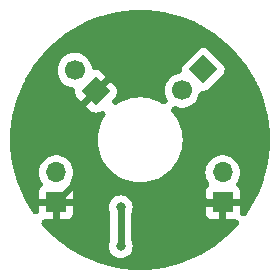
<source format=gbl>
%TF.GenerationSoftware,KiCad,Pcbnew,7.0.5*%
%TF.CreationDate,2024-02-13T09:53:05+02:00*%
%TF.ProjectId,Battery Charger,42617474-6572-4792-9043-686172676572,V0*%
%TF.SameCoordinates,Original*%
%TF.FileFunction,Copper,L2,Bot*%
%TF.FilePolarity,Positive*%
%FSLAX46Y46*%
G04 Gerber Fmt 4.6, Leading zero omitted, Abs format (unit mm)*
G04 Created by KiCad (PCBNEW 7.0.5) date 2024-02-13 09:53:05*
%MOMM*%
%LPD*%
G01*
G04 APERTURE LIST*
G04 Aperture macros list*
%AMHorizOval*
0 Thick line with rounded ends*
0 $1 width*
0 $2 $3 position (X,Y) of the first rounded end (center of the circle)*
0 $4 $5 position (X,Y) of the second rounded end (center of the circle)*
0 Add line between two ends*
20,1,$1,$2,$3,$4,$5,0*
0 Add two circle primitives to create the rounded ends*
1,1,$1,$2,$3*
1,1,$1,$4,$5*%
%AMRotRect*
0 Rectangle, with rotation*
0 The origin of the aperture is its center*
0 $1 length*
0 $2 width*
0 $3 Rotation angle, in degrees counterclockwise*
0 Add horizontal line*
21,1,$1,$2,0,0,$3*%
G04 Aperture macros list end*
%TA.AperFunction,ComponentPad*%
%ADD10R,1.700000X1.700000*%
%TD*%
%TA.AperFunction,ComponentPad*%
%ADD11O,1.700000X1.700000*%
%TD*%
%TA.AperFunction,ComponentPad*%
%ADD12RotRect,1.700000X1.700000X225.000000*%
%TD*%
%TA.AperFunction,ComponentPad*%
%ADD13HorizOval,1.700000X0.000000X0.000000X0.000000X0.000000X0*%
%TD*%
%TA.AperFunction,ComponentPad*%
%ADD14RotRect,1.700000X1.700000X315.000000*%
%TD*%
%TA.AperFunction,ComponentPad*%
%ADD15HorizOval,1.700000X0.000000X0.000000X0.000000X0.000000X0*%
%TD*%
%TA.AperFunction,ViaPad*%
%ADD16C,0.800000*%
%TD*%
%TA.AperFunction,Conductor*%
%ADD17C,0.600000*%
%TD*%
G04 APERTURE END LIST*
D10*
%TO.P,J_{Battery+}1,1,Pin_1*%
%TO.N,/GND*%
X6985000Y-5289000D03*
D11*
%TO.P,J_{Battery+}1,2,Pin_2*%
%TO.N,/3.7V*%
X6985000Y-2749000D03*
%TD*%
D10*
%TO.P,J_{VUSB+}1,1,Pin_1*%
%TO.N,/GND*%
X-7110000Y-5289000D03*
D11*
%TO.P,J_{VUSB+}1,2,Pin_2*%
%TO.N,/5V*%
X-7110000Y-2749000D03*
%TD*%
D12*
%TO.P,J_{VOUT}1,1,Pin_1*%
%TO.N,/GND*%
X-3733973Y4109000D03*
D13*
%TO.P,J_{VOUT}1,2,Pin_2*%
%TO.N,Net-(J_{Switch}1-Pin_1)*%
X-5530024Y5905051D03*
%TD*%
D14*
%TO.P,J_{Switch}1,1,Pin_1*%
%TO.N,Net-(J_{Switch}1-Pin_1)*%
X5346562Y5981561D03*
D15*
%TO.P,J_{Switch}1,2,Pin_2*%
%TO.N,/3.7V*%
X3550511Y4185510D03*
%TD*%
D16*
%TO.N,/GND*%
X-5083014Y-3175000D03*
X3431004Y-3175004D03*
%TO.N,/5V*%
X-1651000Y-9017000D03*
X-1651000Y-5715000D03*
%TD*%
D17*
%TO.N,/GND*%
X5585000Y-5329000D02*
X3431004Y-3175004D01*
X-5083014Y-3262014D02*
X-5083014Y-3175000D01*
X-7023000Y-5202000D02*
X-5083014Y-3262014D01*
X6987000Y-5329000D02*
X5585000Y-5329000D01*
%TO.N,/5V*%
X-1651000Y-9017000D02*
X-1651000Y-5715000D01*
%TD*%
%TA.AperFunction,Conductor*%
%TO.N,/GND*%
G36*
X659624Y10979567D02*
G01*
X668641Y10979022D01*
X1321341Y10919709D01*
X1330308Y10918621D01*
X1978255Y10820005D01*
X1987140Y10818377D01*
X2627927Y10680824D01*
X2636698Y10678663D01*
X3268025Y10502667D01*
X3276648Y10499980D01*
X3896213Y10286181D01*
X3904659Y10282978D01*
X4510168Y10032168D01*
X4518405Y10028461D01*
X5107650Y9741557D01*
X5115648Y9737359D01*
X5686520Y9415386D01*
X5694250Y9410713D01*
X6244635Y9054863D01*
X6252068Y9049732D01*
X6779958Y8661303D01*
X6787068Y8655733D01*
X7290548Y8236135D01*
X7297309Y8230145D01*
X7774530Y7780917D01*
X7780917Y7774530D01*
X8230145Y7297309D01*
X8236135Y7290548D01*
X8655733Y6787068D01*
X8661303Y6779958D01*
X9049732Y6252068D01*
X9054863Y6244635D01*
X9410713Y5694250D01*
X9415386Y5686520D01*
X9737359Y5115648D01*
X9741557Y5107650D01*
X9788574Y5011087D01*
X9991809Y4593680D01*
X10028461Y4518405D01*
X10032168Y4510168D01*
X10282978Y3904659D01*
X10286181Y3896213D01*
X10499980Y3276648D01*
X10502667Y3268025D01*
X10678663Y2636698D01*
X10680824Y2627927D01*
X10818377Y1987140D01*
X10820005Y1978255D01*
X10918621Y1330308D01*
X10919709Y1321341D01*
X10979022Y668641D01*
X10979567Y659624D01*
X10999363Y4517D01*
X10999363Y-4517D01*
X10979567Y-659624D01*
X10979022Y-668641D01*
X10919709Y-1321341D01*
X10918621Y-1330308D01*
X10820005Y-1978255D01*
X10818377Y-1987140D01*
X10680824Y-2627927D01*
X10678663Y-2636698D01*
X10502667Y-3268025D01*
X10499980Y-3276648D01*
X10286181Y-3896213D01*
X10282978Y-3904659D01*
X10032168Y-4510168D01*
X10028461Y-4518405D01*
X9741557Y-5107650D01*
X9737359Y-5115648D01*
X9415386Y-5686520D01*
X9410713Y-5694250D01*
X9054863Y-6244634D01*
X9049732Y-6252068D01*
X8974830Y-6353863D01*
X8894553Y-6428894D01*
X8792593Y-6469860D01*
X8682719Y-6471227D01*
X8579771Y-6432810D01*
X8497653Y-6359799D01*
X8447454Y-6262053D01*
X8435000Y-6176657D01*
X8435000Y-5589000D01*
X7386554Y-5589000D01*
X7444493Y-5498844D01*
X7485000Y-5360889D01*
X7485000Y-5217111D01*
X7444493Y-5079156D01*
X7386554Y-4989000D01*
X8434999Y-4989000D01*
X8434999Y-4399675D01*
X8419555Y-4282370D01*
X8359097Y-4136408D01*
X8262926Y-4011076D01*
X8262924Y-4011074D01*
X8236457Y-3990765D01*
X8163058Y-3908993D01*
X8124155Y-3806228D01*
X8125002Y-3696349D01*
X8165485Y-3594196D01*
X8168167Y-3590016D01*
X8265049Y-3441728D01*
X8361610Y-3221591D01*
X8420620Y-2988563D01*
X8440471Y-2749000D01*
X8420620Y-2509437D01*
X8361610Y-2276409D01*
X8265049Y-2056272D01*
X8205169Y-1964620D01*
X8133575Y-1855036D01*
X8133571Y-1855031D01*
X7970766Y-1678177D01*
X7970758Y-1678170D01*
X7781071Y-1530531D01*
X7781061Y-1530524D01*
X7569655Y-1416117D01*
X7342296Y-1338065D01*
X7105195Y-1298500D01*
X7105192Y-1298500D01*
X6864808Y-1298500D01*
X6864805Y-1298500D01*
X6627703Y-1338065D01*
X6400344Y-1416117D01*
X6188938Y-1530524D01*
X6188928Y-1530531D01*
X5999241Y-1678170D01*
X5999233Y-1678177D01*
X5836428Y-1855031D01*
X5836424Y-1855036D01*
X5704948Y-2056276D01*
X5608391Y-2276405D01*
X5549379Y-2509438D01*
X5549379Y-2509439D01*
X5529529Y-2749000D01*
X5549379Y-2988560D01*
X5549379Y-2988561D01*
X5608391Y-3221594D01*
X5704948Y-3441723D01*
X5801833Y-3590017D01*
X5844006Y-3691484D01*
X5846678Y-3801333D01*
X5809487Y-3904730D01*
X5737455Y-3987710D01*
X5733544Y-3990763D01*
X5707078Y-4011071D01*
X5707073Y-4011076D01*
X5610901Y-4136409D01*
X5610899Y-4136413D01*
X5550444Y-4282366D01*
X5535000Y-4399674D01*
X5535000Y-4989000D01*
X6583446Y-4989000D01*
X6525507Y-5079156D01*
X6485000Y-5217111D01*
X6485000Y-5360889D01*
X6525507Y-5498844D01*
X6583446Y-5589000D01*
X5535001Y-5589000D01*
X5535001Y-6178324D01*
X5550444Y-6295629D01*
X5610902Y-6441591D01*
X5707073Y-6566923D01*
X5707076Y-6566926D01*
X5832409Y-6663098D01*
X5832413Y-6663100D01*
X5978366Y-6723555D01*
X5978365Y-6723555D01*
X6095674Y-6738999D01*
X6685000Y-6738999D01*
X6685000Y-5690643D01*
X6711900Y-5713952D01*
X6842685Y-5773680D01*
X6949237Y-5789000D01*
X7020763Y-5789000D01*
X7127315Y-5773680D01*
X7258100Y-5713952D01*
X7285000Y-5690643D01*
X7285000Y-6738999D01*
X7874324Y-6738999D01*
X7874324Y-6738998D01*
X7991629Y-6723556D01*
X8004158Y-6720199D01*
X8113715Y-6711747D01*
X8218927Y-6743442D01*
X8305584Y-6811004D01*
X8361984Y-6905307D01*
X8380509Y-7013617D01*
X8358656Y-7121304D01*
X8311235Y-7200435D01*
X8236134Y-7290548D01*
X8230145Y-7297309D01*
X7780917Y-7774530D01*
X7774530Y-7780917D01*
X7297309Y-8230145D01*
X7290548Y-8236135D01*
X6787068Y-8655733D01*
X6779958Y-8661303D01*
X6252068Y-9049732D01*
X6244635Y-9054863D01*
X5694250Y-9410713D01*
X5686520Y-9415386D01*
X5115648Y-9737359D01*
X5107650Y-9741557D01*
X4570646Y-10003025D01*
X4518405Y-10028461D01*
X4510168Y-10032168D01*
X3904659Y-10282978D01*
X3896213Y-10286181D01*
X3276648Y-10499980D01*
X3268025Y-10502667D01*
X2636698Y-10678663D01*
X2627927Y-10680824D01*
X1987140Y-10818377D01*
X1978255Y-10820005D01*
X1330308Y-10918621D01*
X1321341Y-10919709D01*
X668641Y-10979022D01*
X659624Y-10979567D01*
X4517Y-10999363D01*
X-4517Y-10999363D01*
X-659624Y-10979567D01*
X-668641Y-10979022D01*
X-1321341Y-10919709D01*
X-1330308Y-10918621D01*
X-1978255Y-10820005D01*
X-1987140Y-10818377D01*
X-2627927Y-10680824D01*
X-2636698Y-10678663D01*
X-3268025Y-10502667D01*
X-3276648Y-10499980D01*
X-3896213Y-10286181D01*
X-3904659Y-10282978D01*
X-4510168Y-10032168D01*
X-4518405Y-10028461D01*
X-4570646Y-10003025D01*
X-5107650Y-9741557D01*
X-5115648Y-9737359D01*
X-5686520Y-9415386D01*
X-5694250Y-9410713D01*
X-6244635Y-9054863D01*
X-6252068Y-9049732D01*
X-6296547Y-9017004D01*
X-2656341Y-9017004D01*
X-2637025Y-9213124D01*
X-2637024Y-9213132D01*
X-2579814Y-9401727D01*
X-2579811Y-9401731D01*
X-2579811Y-9401733D01*
X-2533361Y-9488632D01*
X-2486910Y-9575538D01*
X-2361883Y-9727883D01*
X-2209538Y-9852910D01*
X-2035727Y-9945814D01*
X-1847132Y-10003024D01*
X-1847127Y-10003024D01*
X-1847124Y-10003025D01*
X-1651004Y-10022341D01*
X-1651000Y-10022341D01*
X-1650996Y-10022341D01*
X-1454875Y-10003025D01*
X-1454870Y-10003024D01*
X-1454868Y-10003024D01*
X-1266273Y-9945814D01*
X-1266269Y-9945812D01*
X-1266266Y-9945811D01*
X-1092467Y-9852913D01*
X-1092465Y-9852912D01*
X-1092462Y-9852910D01*
X-940117Y-9727883D01*
X-815090Y-9575538D01*
X-815088Y-9575534D01*
X-815086Y-9575532D01*
X-722188Y-9401733D01*
X-722185Y-9401724D01*
X-664975Y-9213130D01*
X-664974Y-9213124D01*
X-645659Y-9017004D01*
X-645659Y-9016995D01*
X-664974Y-8820875D01*
X-664975Y-8820869D01*
X-722186Y-8632271D01*
X-727742Y-8618859D01*
X-750420Y-8511343D01*
X-750500Y-8504441D01*
X-750500Y-6227556D01*
X-730309Y-6119545D01*
X-727737Y-6113127D01*
X-722186Y-6099726D01*
X-664975Y-5911130D01*
X-664974Y-5911124D01*
X-645659Y-5715004D01*
X-645659Y-5714995D01*
X-664974Y-5518875D01*
X-664975Y-5518869D01*
X-722185Y-5330275D01*
X-722188Y-5330266D01*
X-815086Y-5156467D01*
X-815090Y-5156462D01*
X-940117Y-5004117D01*
X-1092462Y-4879090D01*
X-1092467Y-4879086D01*
X-1266266Y-4786188D01*
X-1266275Y-4786185D01*
X-1454869Y-4728975D01*
X-1454875Y-4728974D01*
X-1650996Y-4709659D01*
X-1651004Y-4709659D01*
X-1847124Y-4728974D01*
X-1847130Y-4728975D01*
X-2035724Y-4786185D01*
X-2035733Y-4786188D01*
X-2209532Y-4879086D01*
X-2209534Y-4879088D01*
X-2209538Y-4879090D01*
X-2361883Y-5004117D01*
X-2486910Y-5156462D01*
X-2486912Y-5156465D01*
X-2486913Y-5156467D01*
X-2579811Y-5330266D01*
X-2579812Y-5330269D01*
X-2579814Y-5330273D01*
X-2637024Y-5518868D01*
X-2637024Y-5518869D01*
X-2637025Y-5518875D01*
X-2654297Y-5694250D01*
X-2656341Y-5715000D01*
X-2637024Y-5911132D01*
X-2579814Y-6099727D01*
X-2579807Y-6099738D01*
X-2574263Y-6113127D01*
X-2551580Y-6220643D01*
X-2551500Y-6227556D01*
X-2551500Y-8504441D01*
X-2571691Y-8612452D01*
X-2574258Y-8618859D01*
X-2579813Y-8632271D01*
X-2579814Y-8632273D01*
X-2588620Y-8661303D01*
X-2637024Y-8820869D01*
X-2637025Y-8820875D01*
X-2656341Y-9016995D01*
X-2656341Y-9017004D01*
X-6296547Y-9017004D01*
X-6779958Y-8661303D01*
X-6787068Y-8655733D01*
X-7290548Y-8236135D01*
X-7297309Y-8230145D01*
X-7774530Y-7780917D01*
X-7780917Y-7774530D01*
X-8230145Y-7297309D01*
X-8236134Y-7290548D01*
X-8291816Y-7223736D01*
X-8345456Y-7127836D01*
X-8360830Y-7019034D01*
X-8335863Y-6912026D01*
X-8273926Y-6821263D01*
X-8183384Y-6759004D01*
X-8076465Y-6733656D01*
X-8023094Y-6735870D01*
X-7999321Y-6738999D01*
X-7410000Y-6738999D01*
X-7410000Y-5690643D01*
X-7383100Y-5713952D01*
X-7252315Y-5773680D01*
X-7145763Y-5789000D01*
X-7074237Y-5789000D01*
X-6967685Y-5773680D01*
X-6836900Y-5713952D01*
X-6809999Y-5690643D01*
X-6809999Y-6738998D01*
X-6809999Y-6738999D01*
X-6220676Y-6738999D01*
X-6220675Y-6738998D01*
X-6103370Y-6723556D01*
X-6103370Y-6723555D01*
X-5957408Y-6663097D01*
X-5832076Y-6566926D01*
X-5832073Y-6566923D01*
X-5735901Y-6441590D01*
X-5735899Y-6441586D01*
X-5675444Y-6295633D01*
X-5660000Y-6178325D01*
X-5660000Y-5589000D01*
X-6708446Y-5589000D01*
X-6650507Y-5498844D01*
X-6610000Y-5360889D01*
X-6610000Y-5217111D01*
X-6650507Y-5079156D01*
X-6708446Y-4989000D01*
X-5660001Y-4989000D01*
X-5660001Y-4399675D01*
X-5675444Y-4282370D01*
X-5735902Y-4136408D01*
X-5832073Y-4011076D01*
X-5832078Y-4011071D01*
X-5858544Y-3990763D01*
X-5931942Y-3908990D01*
X-5970844Y-3806225D01*
X-5969996Y-3696346D01*
X-5929512Y-3594193D01*
X-5926833Y-3590017D01*
X-5829948Y-3441723D01*
X-5733391Y-3221594D01*
X-5674379Y-2988561D01*
X-5674379Y-2988560D01*
X-5654529Y-2749000D01*
X-5674379Y-2509439D01*
X-5674379Y-2509438D01*
X-5733391Y-2276405D01*
X-5829948Y-2056276D01*
X-5961424Y-1855036D01*
X-5961428Y-1855031D01*
X-6124233Y-1678177D01*
X-6124241Y-1678170D01*
X-6313928Y-1530531D01*
X-6313938Y-1530524D01*
X-6525344Y-1416117D01*
X-6752703Y-1338065D01*
X-6989805Y-1298500D01*
X-6989808Y-1298500D01*
X-7230192Y-1298500D01*
X-7230195Y-1298500D01*
X-7467296Y-1338065D01*
X-7694655Y-1416117D01*
X-7906061Y-1530524D01*
X-7906071Y-1530531D01*
X-8095758Y-1678170D01*
X-8095766Y-1678177D01*
X-8258571Y-1855031D01*
X-8258575Y-1855036D01*
X-8330169Y-1964620D01*
X-8390049Y-2056272D01*
X-8486610Y-2276409D01*
X-8545620Y-2509437D01*
X-8565471Y-2749000D01*
X-8545620Y-2988563D01*
X-8486610Y-3221591D01*
X-8390049Y-3441728D01*
X-8293167Y-3590016D01*
X-8250993Y-3691482D01*
X-8248321Y-3801332D01*
X-8285512Y-3904729D01*
X-8357542Y-3987709D01*
X-8361457Y-3990765D01*
X-8387924Y-4011074D01*
X-8387926Y-4011076D01*
X-8484098Y-4136409D01*
X-8484100Y-4136413D01*
X-8544555Y-4282366D01*
X-8560000Y-4399674D01*
X-8560000Y-4989000D01*
X-7511554Y-4989000D01*
X-7569493Y-5079156D01*
X-7610000Y-5217111D01*
X-7610000Y-5360889D01*
X-7569493Y-5498844D01*
X-7511554Y-5589000D01*
X-8559999Y-5589000D01*
X-8559999Y-5996876D01*
X-8580190Y-6104887D01*
X-8638035Y-6198311D01*
X-8725723Y-6264530D01*
X-8831411Y-6294601D01*
X-8940824Y-6284462D01*
X-9039187Y-6235483D01*
X-9110089Y-6159218D01*
X-9410713Y-5694250D01*
X-9415386Y-5686520D01*
X-9737359Y-5115648D01*
X-9741557Y-5107650D01*
X-10028461Y-4518405D01*
X-10032168Y-4510168D01*
X-10282978Y-3904659D01*
X-10286181Y-3896213D01*
X-10499980Y-3276648D01*
X-10502667Y-3268025D01*
X-10678663Y-2636698D01*
X-10680824Y-2627927D01*
X-10818377Y-1987140D01*
X-10820005Y-1978255D01*
X-10918621Y-1330308D01*
X-10919709Y-1321341D01*
X-10979022Y-668641D01*
X-10979567Y-659624D01*
X-10999363Y-4517D01*
X-10999363Y4517D01*
X-10979567Y659624D01*
X-10979022Y668641D01*
X-10919709Y1321341D01*
X-10918621Y1330308D01*
X-10820005Y1978255D01*
X-10818377Y1987140D01*
X-10680824Y2627927D01*
X-10678663Y2636698D01*
X-10502667Y3268025D01*
X-10499980Y3276648D01*
X-10286181Y3896213D01*
X-10282978Y3904659D01*
X-10032168Y4510168D01*
X-10028461Y4518405D01*
X-9991809Y4593680D01*
X-9788574Y5011087D01*
X-9741557Y5107650D01*
X-9737359Y5115648D01*
X-9415386Y5686520D01*
X-9410713Y5694250D01*
X-9274420Y5905051D01*
X-6985495Y5905051D01*
X-6965644Y5665488D01*
X-6906634Y5432460D01*
X-6868900Y5346436D01*
X-6829379Y5256335D01*
X-6810073Y5212323D01*
X-6750193Y5120671D01*
X-6678599Y5011087D01*
X-6678595Y5011082D01*
X-6515790Y4834228D01*
X-6515782Y4834221D01*
X-6326095Y4686582D01*
X-6326085Y4686575D01*
X-6114679Y4572168D01*
X-5887320Y4494116D01*
X-5783993Y4476874D01*
X-5680778Y4439180D01*
X-5598150Y4366747D01*
X-5547267Y4269355D01*
X-5535002Y4160160D01*
X-5536766Y4142920D01*
X-5541232Y4109001D01*
X-5541232Y4109000D01*
X-5520610Y3952367D01*
X-5520609Y3952364D01*
X-5460155Y3806415D01*
X-5460148Y3806404D01*
X-5388131Y3712550D01*
X-5388118Y3712535D01*
X-4971409Y3295827D01*
X-4233099Y4034136D01*
X-4193466Y3899156D01*
X-4115734Y3778202D01*
X-4007073Y3684048D01*
X-3876288Y3624320D01*
X-3804684Y3614024D01*
X-4547145Y2871563D01*
X-4547145Y2871562D01*
X-4130431Y2454849D01*
X-4130428Y2454847D01*
X-4036563Y2382820D01*
X-3890604Y2322362D01*
X-3890605Y2322362D01*
X-3733972Y2301741D01*
X-3577340Y2322362D01*
X-3577337Y2322363D01*
X-3431388Y2382817D01*
X-3431378Y2382824D01*
X-3413443Y2396586D01*
X-3315460Y2446320D01*
X-3206127Y2457300D01*
X-3100212Y2428043D01*
X-3012017Y2362500D01*
X-2953455Y2269524D01*
X-2932434Y2161672D01*
X-2951793Y2053508D01*
X-2980663Y1996525D01*
X-3110852Y1796051D01*
X-3281548Y1461040D01*
X-3416292Y1110021D01*
X-3513606Y746840D01*
X-3572424Y375477D01*
X-3592102Y0D01*
X-3572424Y-375477D01*
X-3513606Y-746840D01*
X-3416292Y-1110021D01*
X-3281548Y-1461040D01*
X-3110852Y-1796051D01*
X-2906072Y-2111385D01*
X-2669452Y-2403585D01*
X-2403585Y-2669452D01*
X-2111385Y-2906072D01*
X-1796051Y-3110852D01*
X-1796042Y-3110856D01*
X-1796043Y-3110856D01*
X-1479024Y-3272385D01*
X-1461040Y-3281548D01*
X-1110021Y-3416292D01*
X-746840Y-3513606D01*
X-375477Y-3572424D01*
X-65074Y-3588691D01*
X-4Y-3592102D01*
X0Y-3592102D01*
X4Y-3592102D01*
X65074Y-3588691D01*
X375477Y-3572424D01*
X746840Y-3513606D01*
X1110021Y-3416292D01*
X1461040Y-3281548D01*
X1479024Y-3272385D01*
X1796043Y-3110856D01*
X1796042Y-3110856D01*
X1796051Y-3110852D01*
X2111385Y-2906072D01*
X2403585Y-2669452D01*
X2669452Y-2403585D01*
X2906072Y-2111385D01*
X3110852Y-1796051D01*
X3281548Y-1461040D01*
X3416292Y-1110021D01*
X3513606Y-746840D01*
X3572424Y-375477D01*
X3592102Y0D01*
X3572424Y375477D01*
X3513606Y746840D01*
X3416292Y1110021D01*
X3281548Y1461040D01*
X3110852Y1796051D01*
X2906072Y2111385D01*
X2706763Y2357508D01*
X2654483Y2454152D01*
X2640644Y2563159D01*
X2667117Y2669805D01*
X2730327Y2759686D01*
X2821737Y2820663D01*
X2929003Y2844501D01*
X3036216Y2828473D01*
X3193217Y2774574D01*
X3430316Y2735010D01*
X3670703Y2735010D01*
X3670706Y2735010D01*
X3907807Y2774575D01*
X4135166Y2852627D01*
X4346572Y2967034D01*
X4346582Y2967041D01*
X4536269Y3114680D01*
X4536277Y3114687D01*
X4699082Y3291541D01*
X4699086Y3291546D01*
X4823693Y3482272D01*
X4830560Y3492782D01*
X4927121Y3712919D01*
X4986131Y3945947D01*
X4986131Y3945949D01*
X4988327Y3954619D01*
X5034415Y4054368D01*
X5113425Y4130733D01*
X5214685Y4173400D01*
X5317201Y4177662D01*
X5346561Y4173797D01*
X5346562Y4173797D01*
X5367200Y4176514D01*
X5503323Y4194435D01*
X5649405Y4254944D01*
X5743343Y4327025D01*
X7001092Y5584776D01*
X7063027Y5665489D01*
X7073180Y5678720D01*
X7133687Y5824799D01*
X7154326Y5981561D01*
X7133687Y6138323D01*
X7073180Y6284402D01*
X7001094Y6378346D01*
X5743347Y7636091D01*
X5649403Y7708179D01*
X5503324Y7768686D01*
X5346562Y7789325D01*
X5189800Y7768686D01*
X5043721Y7708179D01*
X5043718Y7708177D01*
X4949780Y7636096D01*
X4949777Y7636093D01*
X3692032Y6378346D01*
X3619944Y6284402D01*
X3619942Y6284397D01*
X3559437Y6138324D01*
X3559437Y6138323D01*
X3538798Y5981559D01*
X3543275Y5947553D01*
X3537355Y5837830D01*
X3492198Y5737655D01*
X3413904Y5660558D01*
X3313045Y5616949D01*
X3296046Y5613604D01*
X3230050Y5602590D01*
X3193214Y5596444D01*
X2965855Y5518392D01*
X2754449Y5403985D01*
X2754447Y5403983D01*
X2754444Y5403982D01*
X2754439Y5403978D01*
X2564752Y5256339D01*
X2564744Y5256332D01*
X2401939Y5079478D01*
X2401935Y5079473D01*
X2270459Y4878233D01*
X2173902Y4658104D01*
X2114890Y4425071D01*
X2114890Y4425070D01*
X2095040Y4185510D01*
X2114890Y3945949D01*
X2114890Y3945948D01*
X2173902Y3712915D01*
X2270460Y3492783D01*
X2278871Y3479910D01*
X2321043Y3378442D01*
X2323712Y3268593D01*
X2286518Y3165196D01*
X2214486Y3082218D01*
X2117342Y3030865D01*
X2008207Y3018071D01*
X1901820Y3045566D01*
X1865716Y3065610D01*
X1796051Y3110852D01*
X1595044Y3213269D01*
X1461044Y3281546D01*
X1461043Y3281546D01*
X1461040Y3281548D01*
X1110021Y3416292D01*
X746840Y3513606D01*
X375477Y3572424D01*
X65074Y3588691D01*
X4Y3592102D01*
X-4Y3592102D01*
X-65074Y3588691D01*
X-375477Y3572424D01*
X-746840Y3513606D01*
X-1110021Y3416292D01*
X-1461040Y3281548D01*
X-1796051Y3110852D01*
X-1935824Y3020081D01*
X-2037398Y2978192D01*
X-2147254Y2975823D01*
X-2250549Y3013298D01*
X-2333330Y3085557D01*
X-2384418Y3182840D01*
X-2396914Y3292010D01*
X-2369130Y3398321D01*
X-2310090Y3482272D01*
X-2079823Y3712540D01*
X-2079820Y3712544D01*
X-2007793Y3806409D01*
X-1947335Y3952368D01*
X-1926714Y4109000D01*
X-1947335Y4265632D01*
X-1947336Y4265635D01*
X-2007790Y4411584D01*
X-2007797Y4411595D01*
X-2079814Y4505449D01*
X-2079827Y4505464D01*
X-2496536Y4922172D01*
X-3234846Y4183862D01*
X-3274480Y4318844D01*
X-3352212Y4439798D01*
X-3460873Y4533952D01*
X-3591658Y4593680D01*
X-3663261Y4603975D01*
X-2920800Y5346436D01*
X-3337514Y5763150D01*
X-3337517Y5763152D01*
X-3431382Y5835179D01*
X-3577341Y5895637D01*
X-3577340Y5895637D01*
X-3733971Y5916258D01*
X-3763203Y5912410D01*
X-3872925Y5918329D01*
X-3973101Y5963484D01*
X-4050199Y6041778D01*
X-4092084Y6135452D01*
X-4094404Y6144614D01*
X-4153414Y6377642D01*
X-4153722Y6378345D01*
X-4249972Y6597774D01*
X-4381448Y6799014D01*
X-4381452Y6799019D01*
X-4544257Y6975873D01*
X-4544265Y6975880D01*
X-4733952Y7123519D01*
X-4733957Y7123523D01*
X-4733960Y7123524D01*
X-4733962Y7123526D01*
X-4945368Y7237933D01*
X-5172727Y7315985D01*
X-5409829Y7355551D01*
X-5409832Y7355551D01*
X-5650216Y7355551D01*
X-5650219Y7355551D01*
X-5828044Y7325876D01*
X-5887321Y7315985D01*
X-6114680Y7237933D01*
X-6326091Y7123523D01*
X-6515788Y6975876D01*
X-6678595Y6799020D01*
X-6810073Y6597779D01*
X-6906634Y6377642D01*
X-6965644Y6144614D01*
X-6985495Y5905051D01*
X-9274420Y5905051D01*
X-9054863Y6244635D01*
X-9049732Y6252068D01*
X-8661303Y6779958D01*
X-8655733Y6787068D01*
X-8236135Y7290548D01*
X-8230145Y7297309D01*
X-7780917Y7774530D01*
X-7774530Y7780917D01*
X-7297309Y8230145D01*
X-7290548Y8236135D01*
X-6787068Y8655733D01*
X-6779958Y8661303D01*
X-6252068Y9049732D01*
X-6244635Y9054863D01*
X-5694250Y9410713D01*
X-5686520Y9415386D01*
X-5115648Y9737359D01*
X-5107650Y9741557D01*
X-4518405Y10028461D01*
X-4510168Y10032168D01*
X-3904659Y10282978D01*
X-3896213Y10286181D01*
X-3276648Y10499980D01*
X-3268025Y10502667D01*
X-2636698Y10678663D01*
X-2627927Y10680824D01*
X-1987140Y10818377D01*
X-1978255Y10820005D01*
X-1330308Y10918621D01*
X-1321341Y10919709D01*
X-668641Y10979022D01*
X-659624Y10979567D01*
X-4517Y10999363D01*
X4517Y10999363D01*
X659624Y10979567D01*
G37*
%TD.AperFunction*%
%TD*%
M02*

</source>
